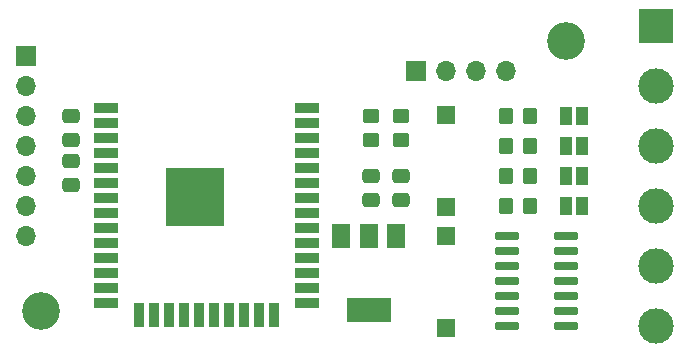
<source format=gbr>
%TF.GenerationSoftware,KiCad,Pcbnew,(6.0.11)*%
%TF.CreationDate,2023-09-13T09:35:20+02:00*%
%TF.ProjectId,WLED_ESP32_Controller,574c4544-5f45-4535-9033-325f436f6e74,rev?*%
%TF.SameCoordinates,Original*%
%TF.FileFunction,Soldermask,Top*%
%TF.FilePolarity,Negative*%
%FSLAX46Y46*%
G04 Gerber Fmt 4.6, Leading zero omitted, Abs format (unit mm)*
G04 Created by KiCad (PCBNEW (6.0.11)) date 2023-09-13 09:35:20*
%MOMM*%
%LPD*%
G01*
G04 APERTURE LIST*
G04 Aperture macros list*
%AMRoundRect*
0 Rectangle with rounded corners*
0 $1 Rounding radius*
0 $2 $3 $4 $5 $6 $7 $8 $9 X,Y pos of 4 corners*
0 Add a 4 corners polygon primitive as box body*
4,1,4,$2,$3,$4,$5,$6,$7,$8,$9,$2,$3,0*
0 Add four circle primitives for the rounded corners*
1,1,$1+$1,$2,$3*
1,1,$1+$1,$4,$5*
1,1,$1+$1,$6,$7*
1,1,$1+$1,$8,$9*
0 Add four rect primitives between the rounded corners*
20,1,$1+$1,$2,$3,$4,$5,0*
20,1,$1+$1,$4,$5,$6,$7,0*
20,1,$1+$1,$6,$7,$8,$9,0*
20,1,$1+$1,$8,$9,$2,$3,0*%
G04 Aperture macros list end*
%ADD10C,3.200000*%
%ADD11R,1.500000X2.000000*%
%ADD12R,3.800000X2.000000*%
%ADD13RoundRect,0.250000X0.475000X-0.337500X0.475000X0.337500X-0.475000X0.337500X-0.475000X-0.337500X0*%
%ADD14RoundRect,0.249999X0.450001X-0.350001X0.450001X0.350001X-0.450001X0.350001X-0.450001X-0.350001X0*%
%ADD15RoundRect,0.250000X-0.475000X0.337500X-0.475000X-0.337500X0.475000X-0.337500X0.475000X0.337500X0*%
%ADD16R,1.700000X1.700000*%
%ADD17O,1.700000X1.700000*%
%ADD18R,1.500000X1.500000*%
%ADD19RoundRect,0.090000X0.895000X0.210000X-0.895000X0.210000X-0.895000X-0.210000X0.895000X-0.210000X0*%
%ADD20R,1.000000X1.500000*%
%ADD21RoundRect,0.249999X-0.350001X-0.450001X0.350001X-0.450001X0.350001X0.450001X-0.350001X0.450001X0*%
%ADD22R,2.000000X0.900000*%
%ADD23R,0.900000X2.000000*%
%ADD24R,5.000000X5.000000*%
%ADD25R,3.000000X3.000000*%
%ADD26C,3.000000*%
G04 APERTURE END LIST*
D10*
%TO.C,H2*%
X135890000Y-96520000D03*
%TD*%
%TO.C,H1*%
X91440000Y-119380000D03*
%TD*%
D11*
%TO.C,U1*%
X121440000Y-113030000D03*
D12*
X119140000Y-119330000D03*
D11*
X119140000Y-113030000D03*
X116840000Y-113030000D03*
%TD*%
D13*
%TO.C,C2*%
X121920000Y-110025000D03*
X121920000Y-107950000D03*
%TD*%
D14*
%TO.C,R5*%
X121920000Y-104870000D03*
X121920000Y-102870000D03*
%TD*%
D13*
%TO.C,C3*%
X93980000Y-108755000D03*
X93980000Y-106680000D03*
%TD*%
D15*
%TO.C,C4*%
X93980000Y-102870000D03*
X93980000Y-104945000D03*
%TD*%
D16*
%TO.C,J2*%
X123190000Y-99060000D03*
D17*
X125730000Y-99060000D03*
X128270000Y-99060000D03*
X130810000Y-99060000D03*
%TD*%
D18*
%TO.C,SW1*%
X125730000Y-120830000D03*
X125730000Y-113030000D03*
%TD*%
D19*
%TO.C,U3*%
X135825000Y-120650000D03*
X135825000Y-119380000D03*
X135825000Y-118110000D03*
X135825000Y-116840000D03*
X135825000Y-115570000D03*
X135825000Y-114300000D03*
X135825000Y-113030000D03*
X130875000Y-113030000D03*
X130875000Y-114300000D03*
X130875000Y-115570000D03*
X130875000Y-116840000D03*
X130875000Y-118110000D03*
X130875000Y-119380000D03*
X130875000Y-120650000D03*
%TD*%
D20*
%TO.C,JP1*%
X135890000Y-110490000D03*
X137190000Y-110490000D03*
%TD*%
%TO.C,JP2*%
X135890000Y-107950000D03*
X137190000Y-107950000D03*
%TD*%
D21*
%TO.C,R1*%
X130810000Y-110490000D03*
X132810000Y-110490000D03*
%TD*%
%TO.C,R2*%
X130810000Y-107950000D03*
X132810000Y-107950000D03*
%TD*%
%TO.C,R3*%
X130810000Y-105410000D03*
X132810000Y-105410000D03*
%TD*%
%TO.C,R4*%
X130810000Y-102870000D03*
X132810000Y-102870000D03*
%TD*%
D20*
%TO.C,JP3*%
X135890000Y-105410000D03*
X137190000Y-105410000D03*
%TD*%
%TO.C,JP4*%
X135890000Y-102870000D03*
X137190000Y-102870000D03*
%TD*%
D14*
%TO.C,R6*%
X119380000Y-104870000D03*
X119380000Y-102870000D03*
%TD*%
D13*
%TO.C,C1*%
X119380000Y-110025000D03*
X119380000Y-107950000D03*
%TD*%
D18*
%TO.C,SW2*%
X125730000Y-110580000D03*
X125730000Y-102780000D03*
%TD*%
D16*
%TO.C,J3*%
X90170000Y-97790000D03*
D17*
X90170000Y-100330000D03*
X90170000Y-102870000D03*
X90170000Y-105410000D03*
X90170000Y-107950000D03*
X90170000Y-110490000D03*
X90170000Y-113030000D03*
%TD*%
D22*
%TO.C,U2*%
X96910000Y-102235000D03*
X96910000Y-103505000D03*
X96910000Y-104775000D03*
X96910000Y-106045000D03*
X96910000Y-107315000D03*
X96910000Y-108585000D03*
X96910000Y-109855000D03*
X96910000Y-111125000D03*
X96910000Y-112395000D03*
X96910000Y-113665000D03*
X96910000Y-114935000D03*
X96910000Y-116205000D03*
X96910000Y-117475000D03*
X96910000Y-118745000D03*
D23*
X99695000Y-119745000D03*
X100965000Y-119745000D03*
X102235000Y-119745000D03*
X103505000Y-119745000D03*
X104775000Y-119745000D03*
X106045000Y-119745000D03*
X107315000Y-119745000D03*
X108585000Y-119745000D03*
X109855000Y-119745000D03*
X111125000Y-119745000D03*
D22*
X113910000Y-118745000D03*
X113910000Y-117475000D03*
X113910000Y-116205000D03*
X113910000Y-114935000D03*
X113910000Y-113665000D03*
X113910000Y-112395000D03*
X113910000Y-111125000D03*
X113910000Y-109855000D03*
X113910000Y-108585000D03*
X113910000Y-107315000D03*
X113910000Y-106045000D03*
X113910000Y-104775000D03*
X113910000Y-103505000D03*
X113910000Y-102235000D03*
D24*
X104410000Y-109735000D03*
%TD*%
D25*
%TO.C,J1*%
X143510000Y-95250000D03*
D26*
X143510000Y-100330000D03*
X143510000Y-105410000D03*
X143510000Y-110490000D03*
X143510000Y-115570000D03*
X143510000Y-120650000D03*
%TD*%
M02*

</source>
